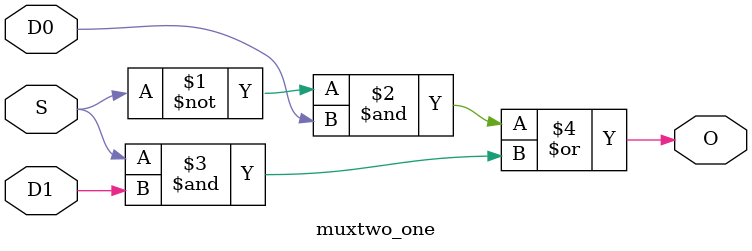
<source format=v>
module muxtwo_one(input D0,D1,S,output wire O);

assign O=(~S & D0) | (S & D1);

endmodule

</source>
